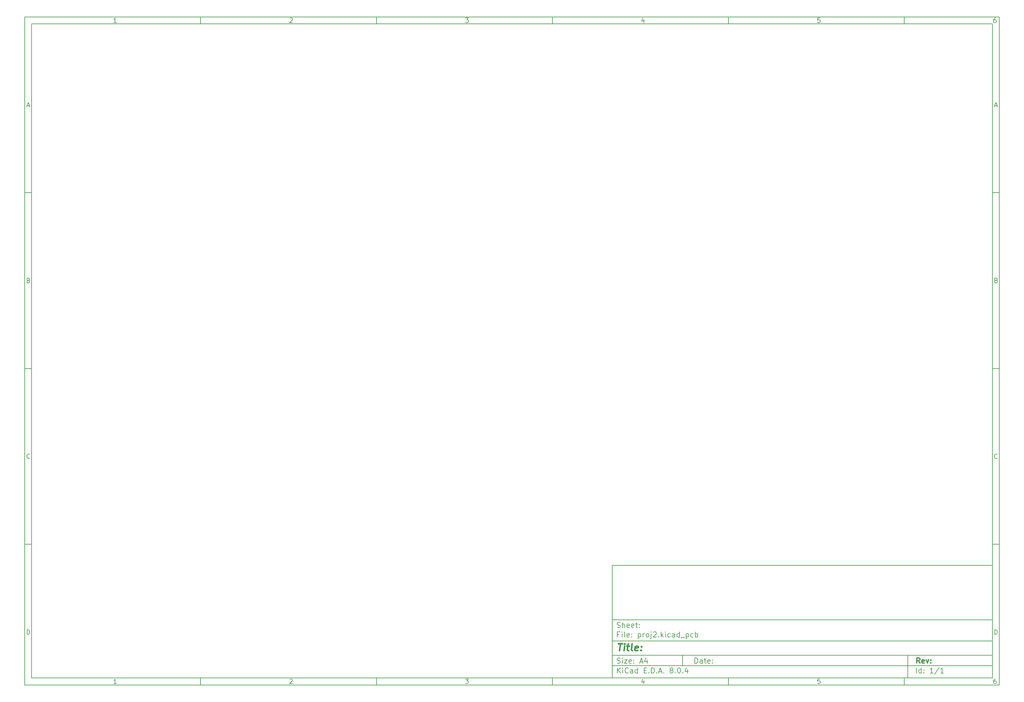
<source format=gbr>
%TF.GenerationSoftware,KiCad,Pcbnew,8.0.4*%
%TF.CreationDate,2024-08-19T20:14:00-04:00*%
%TF.ProjectId,proj2,70726f6a-322e-46b6-9963-61645f706362,rev?*%
%TF.SameCoordinates,Original*%
%TF.FileFunction,Paste,Bot*%
%TF.FilePolarity,Positive*%
%FSLAX46Y46*%
G04 Gerber Fmt 4.6, Leading zero omitted, Abs format (unit mm)*
G04 Created by KiCad (PCBNEW 8.0.4) date 2024-08-19 20:14:00*
%MOMM*%
%LPD*%
G01*
G04 APERTURE LIST*
%ADD10C,0.100000*%
%ADD11C,0.150000*%
%ADD12C,0.300000*%
%ADD13C,0.400000*%
G04 APERTURE END LIST*
D10*
D11*
X177002200Y-166007200D02*
X285002200Y-166007200D01*
X285002200Y-198007200D01*
X177002200Y-198007200D01*
X177002200Y-166007200D01*
D10*
D11*
X10000000Y-10000000D02*
X287002200Y-10000000D01*
X287002200Y-200007200D01*
X10000000Y-200007200D01*
X10000000Y-10000000D01*
D10*
D11*
X12000000Y-12000000D02*
X285002200Y-12000000D01*
X285002200Y-198007200D01*
X12000000Y-198007200D01*
X12000000Y-12000000D01*
D10*
D11*
X60000000Y-12000000D02*
X60000000Y-10000000D01*
D10*
D11*
X110000000Y-12000000D02*
X110000000Y-10000000D01*
D10*
D11*
X160000000Y-12000000D02*
X160000000Y-10000000D01*
D10*
D11*
X210000000Y-12000000D02*
X210000000Y-10000000D01*
D10*
D11*
X260000000Y-12000000D02*
X260000000Y-10000000D01*
D10*
D11*
X36089160Y-11593604D02*
X35346303Y-11593604D01*
X35717731Y-11593604D02*
X35717731Y-10293604D01*
X35717731Y-10293604D02*
X35593922Y-10479319D01*
X35593922Y-10479319D02*
X35470112Y-10603128D01*
X35470112Y-10603128D02*
X35346303Y-10665033D01*
D10*
D11*
X85346303Y-10417414D02*
X85408207Y-10355509D01*
X85408207Y-10355509D02*
X85532017Y-10293604D01*
X85532017Y-10293604D02*
X85841541Y-10293604D01*
X85841541Y-10293604D02*
X85965350Y-10355509D01*
X85965350Y-10355509D02*
X86027255Y-10417414D01*
X86027255Y-10417414D02*
X86089160Y-10541223D01*
X86089160Y-10541223D02*
X86089160Y-10665033D01*
X86089160Y-10665033D02*
X86027255Y-10850747D01*
X86027255Y-10850747D02*
X85284398Y-11593604D01*
X85284398Y-11593604D02*
X86089160Y-11593604D01*
D10*
D11*
X135284398Y-10293604D02*
X136089160Y-10293604D01*
X136089160Y-10293604D02*
X135655826Y-10788842D01*
X135655826Y-10788842D02*
X135841541Y-10788842D01*
X135841541Y-10788842D02*
X135965350Y-10850747D01*
X135965350Y-10850747D02*
X136027255Y-10912652D01*
X136027255Y-10912652D02*
X136089160Y-11036461D01*
X136089160Y-11036461D02*
X136089160Y-11345985D01*
X136089160Y-11345985D02*
X136027255Y-11469795D01*
X136027255Y-11469795D02*
X135965350Y-11531700D01*
X135965350Y-11531700D02*
X135841541Y-11593604D01*
X135841541Y-11593604D02*
X135470112Y-11593604D01*
X135470112Y-11593604D02*
X135346303Y-11531700D01*
X135346303Y-11531700D02*
X135284398Y-11469795D01*
D10*
D11*
X185965350Y-10726938D02*
X185965350Y-11593604D01*
X185655826Y-10231700D02*
X185346303Y-11160271D01*
X185346303Y-11160271D02*
X186151064Y-11160271D01*
D10*
D11*
X236027255Y-10293604D02*
X235408207Y-10293604D01*
X235408207Y-10293604D02*
X235346303Y-10912652D01*
X235346303Y-10912652D02*
X235408207Y-10850747D01*
X235408207Y-10850747D02*
X235532017Y-10788842D01*
X235532017Y-10788842D02*
X235841541Y-10788842D01*
X235841541Y-10788842D02*
X235965350Y-10850747D01*
X235965350Y-10850747D02*
X236027255Y-10912652D01*
X236027255Y-10912652D02*
X236089160Y-11036461D01*
X236089160Y-11036461D02*
X236089160Y-11345985D01*
X236089160Y-11345985D02*
X236027255Y-11469795D01*
X236027255Y-11469795D02*
X235965350Y-11531700D01*
X235965350Y-11531700D02*
X235841541Y-11593604D01*
X235841541Y-11593604D02*
X235532017Y-11593604D01*
X235532017Y-11593604D02*
X235408207Y-11531700D01*
X235408207Y-11531700D02*
X235346303Y-11469795D01*
D10*
D11*
X285965350Y-10293604D02*
X285717731Y-10293604D01*
X285717731Y-10293604D02*
X285593922Y-10355509D01*
X285593922Y-10355509D02*
X285532017Y-10417414D01*
X285532017Y-10417414D02*
X285408207Y-10603128D01*
X285408207Y-10603128D02*
X285346303Y-10850747D01*
X285346303Y-10850747D02*
X285346303Y-11345985D01*
X285346303Y-11345985D02*
X285408207Y-11469795D01*
X285408207Y-11469795D02*
X285470112Y-11531700D01*
X285470112Y-11531700D02*
X285593922Y-11593604D01*
X285593922Y-11593604D02*
X285841541Y-11593604D01*
X285841541Y-11593604D02*
X285965350Y-11531700D01*
X285965350Y-11531700D02*
X286027255Y-11469795D01*
X286027255Y-11469795D02*
X286089160Y-11345985D01*
X286089160Y-11345985D02*
X286089160Y-11036461D01*
X286089160Y-11036461D02*
X286027255Y-10912652D01*
X286027255Y-10912652D02*
X285965350Y-10850747D01*
X285965350Y-10850747D02*
X285841541Y-10788842D01*
X285841541Y-10788842D02*
X285593922Y-10788842D01*
X285593922Y-10788842D02*
X285470112Y-10850747D01*
X285470112Y-10850747D02*
X285408207Y-10912652D01*
X285408207Y-10912652D02*
X285346303Y-11036461D01*
D10*
D11*
X60000000Y-198007200D02*
X60000000Y-200007200D01*
D10*
D11*
X110000000Y-198007200D02*
X110000000Y-200007200D01*
D10*
D11*
X160000000Y-198007200D02*
X160000000Y-200007200D01*
D10*
D11*
X210000000Y-198007200D02*
X210000000Y-200007200D01*
D10*
D11*
X260000000Y-198007200D02*
X260000000Y-200007200D01*
D10*
D11*
X36089160Y-199600804D02*
X35346303Y-199600804D01*
X35717731Y-199600804D02*
X35717731Y-198300804D01*
X35717731Y-198300804D02*
X35593922Y-198486519D01*
X35593922Y-198486519D02*
X35470112Y-198610328D01*
X35470112Y-198610328D02*
X35346303Y-198672233D01*
D10*
D11*
X85346303Y-198424614D02*
X85408207Y-198362709D01*
X85408207Y-198362709D02*
X85532017Y-198300804D01*
X85532017Y-198300804D02*
X85841541Y-198300804D01*
X85841541Y-198300804D02*
X85965350Y-198362709D01*
X85965350Y-198362709D02*
X86027255Y-198424614D01*
X86027255Y-198424614D02*
X86089160Y-198548423D01*
X86089160Y-198548423D02*
X86089160Y-198672233D01*
X86089160Y-198672233D02*
X86027255Y-198857947D01*
X86027255Y-198857947D02*
X85284398Y-199600804D01*
X85284398Y-199600804D02*
X86089160Y-199600804D01*
D10*
D11*
X135284398Y-198300804D02*
X136089160Y-198300804D01*
X136089160Y-198300804D02*
X135655826Y-198796042D01*
X135655826Y-198796042D02*
X135841541Y-198796042D01*
X135841541Y-198796042D02*
X135965350Y-198857947D01*
X135965350Y-198857947D02*
X136027255Y-198919852D01*
X136027255Y-198919852D02*
X136089160Y-199043661D01*
X136089160Y-199043661D02*
X136089160Y-199353185D01*
X136089160Y-199353185D02*
X136027255Y-199476995D01*
X136027255Y-199476995D02*
X135965350Y-199538900D01*
X135965350Y-199538900D02*
X135841541Y-199600804D01*
X135841541Y-199600804D02*
X135470112Y-199600804D01*
X135470112Y-199600804D02*
X135346303Y-199538900D01*
X135346303Y-199538900D02*
X135284398Y-199476995D01*
D10*
D11*
X185965350Y-198734138D02*
X185965350Y-199600804D01*
X185655826Y-198238900D02*
X185346303Y-199167471D01*
X185346303Y-199167471D02*
X186151064Y-199167471D01*
D10*
D11*
X236027255Y-198300804D02*
X235408207Y-198300804D01*
X235408207Y-198300804D02*
X235346303Y-198919852D01*
X235346303Y-198919852D02*
X235408207Y-198857947D01*
X235408207Y-198857947D02*
X235532017Y-198796042D01*
X235532017Y-198796042D02*
X235841541Y-198796042D01*
X235841541Y-198796042D02*
X235965350Y-198857947D01*
X235965350Y-198857947D02*
X236027255Y-198919852D01*
X236027255Y-198919852D02*
X236089160Y-199043661D01*
X236089160Y-199043661D02*
X236089160Y-199353185D01*
X236089160Y-199353185D02*
X236027255Y-199476995D01*
X236027255Y-199476995D02*
X235965350Y-199538900D01*
X235965350Y-199538900D02*
X235841541Y-199600804D01*
X235841541Y-199600804D02*
X235532017Y-199600804D01*
X235532017Y-199600804D02*
X235408207Y-199538900D01*
X235408207Y-199538900D02*
X235346303Y-199476995D01*
D10*
D11*
X285965350Y-198300804D02*
X285717731Y-198300804D01*
X285717731Y-198300804D02*
X285593922Y-198362709D01*
X285593922Y-198362709D02*
X285532017Y-198424614D01*
X285532017Y-198424614D02*
X285408207Y-198610328D01*
X285408207Y-198610328D02*
X285346303Y-198857947D01*
X285346303Y-198857947D02*
X285346303Y-199353185D01*
X285346303Y-199353185D02*
X285408207Y-199476995D01*
X285408207Y-199476995D02*
X285470112Y-199538900D01*
X285470112Y-199538900D02*
X285593922Y-199600804D01*
X285593922Y-199600804D02*
X285841541Y-199600804D01*
X285841541Y-199600804D02*
X285965350Y-199538900D01*
X285965350Y-199538900D02*
X286027255Y-199476995D01*
X286027255Y-199476995D02*
X286089160Y-199353185D01*
X286089160Y-199353185D02*
X286089160Y-199043661D01*
X286089160Y-199043661D02*
X286027255Y-198919852D01*
X286027255Y-198919852D02*
X285965350Y-198857947D01*
X285965350Y-198857947D02*
X285841541Y-198796042D01*
X285841541Y-198796042D02*
X285593922Y-198796042D01*
X285593922Y-198796042D02*
X285470112Y-198857947D01*
X285470112Y-198857947D02*
X285408207Y-198919852D01*
X285408207Y-198919852D02*
X285346303Y-199043661D01*
D10*
D11*
X10000000Y-60000000D02*
X12000000Y-60000000D01*
D10*
D11*
X10000000Y-110000000D02*
X12000000Y-110000000D01*
D10*
D11*
X10000000Y-160000000D02*
X12000000Y-160000000D01*
D10*
D11*
X10690476Y-35222176D02*
X11309523Y-35222176D01*
X10566666Y-35593604D02*
X10999999Y-34293604D01*
X10999999Y-34293604D02*
X11433333Y-35593604D01*
D10*
D11*
X11092857Y-84912652D02*
X11278571Y-84974557D01*
X11278571Y-84974557D02*
X11340476Y-85036461D01*
X11340476Y-85036461D02*
X11402380Y-85160271D01*
X11402380Y-85160271D02*
X11402380Y-85345985D01*
X11402380Y-85345985D02*
X11340476Y-85469795D01*
X11340476Y-85469795D02*
X11278571Y-85531700D01*
X11278571Y-85531700D02*
X11154761Y-85593604D01*
X11154761Y-85593604D02*
X10659523Y-85593604D01*
X10659523Y-85593604D02*
X10659523Y-84293604D01*
X10659523Y-84293604D02*
X11092857Y-84293604D01*
X11092857Y-84293604D02*
X11216666Y-84355509D01*
X11216666Y-84355509D02*
X11278571Y-84417414D01*
X11278571Y-84417414D02*
X11340476Y-84541223D01*
X11340476Y-84541223D02*
X11340476Y-84665033D01*
X11340476Y-84665033D02*
X11278571Y-84788842D01*
X11278571Y-84788842D02*
X11216666Y-84850747D01*
X11216666Y-84850747D02*
X11092857Y-84912652D01*
X11092857Y-84912652D02*
X10659523Y-84912652D01*
D10*
D11*
X11402380Y-135469795D02*
X11340476Y-135531700D01*
X11340476Y-135531700D02*
X11154761Y-135593604D01*
X11154761Y-135593604D02*
X11030952Y-135593604D01*
X11030952Y-135593604D02*
X10845238Y-135531700D01*
X10845238Y-135531700D02*
X10721428Y-135407890D01*
X10721428Y-135407890D02*
X10659523Y-135284080D01*
X10659523Y-135284080D02*
X10597619Y-135036461D01*
X10597619Y-135036461D02*
X10597619Y-134850747D01*
X10597619Y-134850747D02*
X10659523Y-134603128D01*
X10659523Y-134603128D02*
X10721428Y-134479319D01*
X10721428Y-134479319D02*
X10845238Y-134355509D01*
X10845238Y-134355509D02*
X11030952Y-134293604D01*
X11030952Y-134293604D02*
X11154761Y-134293604D01*
X11154761Y-134293604D02*
X11340476Y-134355509D01*
X11340476Y-134355509D02*
X11402380Y-134417414D01*
D10*
D11*
X10659523Y-185593604D02*
X10659523Y-184293604D01*
X10659523Y-184293604D02*
X10969047Y-184293604D01*
X10969047Y-184293604D02*
X11154761Y-184355509D01*
X11154761Y-184355509D02*
X11278571Y-184479319D01*
X11278571Y-184479319D02*
X11340476Y-184603128D01*
X11340476Y-184603128D02*
X11402380Y-184850747D01*
X11402380Y-184850747D02*
X11402380Y-185036461D01*
X11402380Y-185036461D02*
X11340476Y-185284080D01*
X11340476Y-185284080D02*
X11278571Y-185407890D01*
X11278571Y-185407890D02*
X11154761Y-185531700D01*
X11154761Y-185531700D02*
X10969047Y-185593604D01*
X10969047Y-185593604D02*
X10659523Y-185593604D01*
D10*
D11*
X287002200Y-60000000D02*
X285002200Y-60000000D01*
D10*
D11*
X287002200Y-110000000D02*
X285002200Y-110000000D01*
D10*
D11*
X287002200Y-160000000D02*
X285002200Y-160000000D01*
D10*
D11*
X285692676Y-35222176D02*
X286311723Y-35222176D01*
X285568866Y-35593604D02*
X286002199Y-34293604D01*
X286002199Y-34293604D02*
X286435533Y-35593604D01*
D10*
D11*
X286095057Y-84912652D02*
X286280771Y-84974557D01*
X286280771Y-84974557D02*
X286342676Y-85036461D01*
X286342676Y-85036461D02*
X286404580Y-85160271D01*
X286404580Y-85160271D02*
X286404580Y-85345985D01*
X286404580Y-85345985D02*
X286342676Y-85469795D01*
X286342676Y-85469795D02*
X286280771Y-85531700D01*
X286280771Y-85531700D02*
X286156961Y-85593604D01*
X286156961Y-85593604D02*
X285661723Y-85593604D01*
X285661723Y-85593604D02*
X285661723Y-84293604D01*
X285661723Y-84293604D02*
X286095057Y-84293604D01*
X286095057Y-84293604D02*
X286218866Y-84355509D01*
X286218866Y-84355509D02*
X286280771Y-84417414D01*
X286280771Y-84417414D02*
X286342676Y-84541223D01*
X286342676Y-84541223D02*
X286342676Y-84665033D01*
X286342676Y-84665033D02*
X286280771Y-84788842D01*
X286280771Y-84788842D02*
X286218866Y-84850747D01*
X286218866Y-84850747D02*
X286095057Y-84912652D01*
X286095057Y-84912652D02*
X285661723Y-84912652D01*
D10*
D11*
X286404580Y-135469795D02*
X286342676Y-135531700D01*
X286342676Y-135531700D02*
X286156961Y-135593604D01*
X286156961Y-135593604D02*
X286033152Y-135593604D01*
X286033152Y-135593604D02*
X285847438Y-135531700D01*
X285847438Y-135531700D02*
X285723628Y-135407890D01*
X285723628Y-135407890D02*
X285661723Y-135284080D01*
X285661723Y-135284080D02*
X285599819Y-135036461D01*
X285599819Y-135036461D02*
X285599819Y-134850747D01*
X285599819Y-134850747D02*
X285661723Y-134603128D01*
X285661723Y-134603128D02*
X285723628Y-134479319D01*
X285723628Y-134479319D02*
X285847438Y-134355509D01*
X285847438Y-134355509D02*
X286033152Y-134293604D01*
X286033152Y-134293604D02*
X286156961Y-134293604D01*
X286156961Y-134293604D02*
X286342676Y-134355509D01*
X286342676Y-134355509D02*
X286404580Y-134417414D01*
D10*
D11*
X285661723Y-185593604D02*
X285661723Y-184293604D01*
X285661723Y-184293604D02*
X285971247Y-184293604D01*
X285971247Y-184293604D02*
X286156961Y-184355509D01*
X286156961Y-184355509D02*
X286280771Y-184479319D01*
X286280771Y-184479319D02*
X286342676Y-184603128D01*
X286342676Y-184603128D02*
X286404580Y-184850747D01*
X286404580Y-184850747D02*
X286404580Y-185036461D01*
X286404580Y-185036461D02*
X286342676Y-185284080D01*
X286342676Y-185284080D02*
X286280771Y-185407890D01*
X286280771Y-185407890D02*
X286156961Y-185531700D01*
X286156961Y-185531700D02*
X285971247Y-185593604D01*
X285971247Y-185593604D02*
X285661723Y-185593604D01*
D10*
D11*
X200458026Y-193793328D02*
X200458026Y-192293328D01*
X200458026Y-192293328D02*
X200815169Y-192293328D01*
X200815169Y-192293328D02*
X201029455Y-192364757D01*
X201029455Y-192364757D02*
X201172312Y-192507614D01*
X201172312Y-192507614D02*
X201243741Y-192650471D01*
X201243741Y-192650471D02*
X201315169Y-192936185D01*
X201315169Y-192936185D02*
X201315169Y-193150471D01*
X201315169Y-193150471D02*
X201243741Y-193436185D01*
X201243741Y-193436185D02*
X201172312Y-193579042D01*
X201172312Y-193579042D02*
X201029455Y-193721900D01*
X201029455Y-193721900D02*
X200815169Y-193793328D01*
X200815169Y-193793328D02*
X200458026Y-193793328D01*
X202600884Y-193793328D02*
X202600884Y-193007614D01*
X202600884Y-193007614D02*
X202529455Y-192864757D01*
X202529455Y-192864757D02*
X202386598Y-192793328D01*
X202386598Y-192793328D02*
X202100884Y-192793328D01*
X202100884Y-192793328D02*
X201958026Y-192864757D01*
X202600884Y-193721900D02*
X202458026Y-193793328D01*
X202458026Y-193793328D02*
X202100884Y-193793328D01*
X202100884Y-193793328D02*
X201958026Y-193721900D01*
X201958026Y-193721900D02*
X201886598Y-193579042D01*
X201886598Y-193579042D02*
X201886598Y-193436185D01*
X201886598Y-193436185D02*
X201958026Y-193293328D01*
X201958026Y-193293328D02*
X202100884Y-193221900D01*
X202100884Y-193221900D02*
X202458026Y-193221900D01*
X202458026Y-193221900D02*
X202600884Y-193150471D01*
X203100884Y-192793328D02*
X203672312Y-192793328D01*
X203315169Y-192293328D02*
X203315169Y-193579042D01*
X203315169Y-193579042D02*
X203386598Y-193721900D01*
X203386598Y-193721900D02*
X203529455Y-193793328D01*
X203529455Y-193793328D02*
X203672312Y-193793328D01*
X204743741Y-193721900D02*
X204600884Y-193793328D01*
X204600884Y-193793328D02*
X204315170Y-193793328D01*
X204315170Y-193793328D02*
X204172312Y-193721900D01*
X204172312Y-193721900D02*
X204100884Y-193579042D01*
X204100884Y-193579042D02*
X204100884Y-193007614D01*
X204100884Y-193007614D02*
X204172312Y-192864757D01*
X204172312Y-192864757D02*
X204315170Y-192793328D01*
X204315170Y-192793328D02*
X204600884Y-192793328D01*
X204600884Y-192793328D02*
X204743741Y-192864757D01*
X204743741Y-192864757D02*
X204815170Y-193007614D01*
X204815170Y-193007614D02*
X204815170Y-193150471D01*
X204815170Y-193150471D02*
X204100884Y-193293328D01*
X205458026Y-193650471D02*
X205529455Y-193721900D01*
X205529455Y-193721900D02*
X205458026Y-193793328D01*
X205458026Y-193793328D02*
X205386598Y-193721900D01*
X205386598Y-193721900D02*
X205458026Y-193650471D01*
X205458026Y-193650471D02*
X205458026Y-193793328D01*
X205458026Y-192864757D02*
X205529455Y-192936185D01*
X205529455Y-192936185D02*
X205458026Y-193007614D01*
X205458026Y-193007614D02*
X205386598Y-192936185D01*
X205386598Y-192936185D02*
X205458026Y-192864757D01*
X205458026Y-192864757D02*
X205458026Y-193007614D01*
D10*
D11*
X177002200Y-194507200D02*
X285002200Y-194507200D01*
D10*
D11*
X178458026Y-196593328D02*
X178458026Y-195093328D01*
X179315169Y-196593328D02*
X178672312Y-195736185D01*
X179315169Y-195093328D02*
X178458026Y-195950471D01*
X179958026Y-196593328D02*
X179958026Y-195593328D01*
X179958026Y-195093328D02*
X179886598Y-195164757D01*
X179886598Y-195164757D02*
X179958026Y-195236185D01*
X179958026Y-195236185D02*
X180029455Y-195164757D01*
X180029455Y-195164757D02*
X179958026Y-195093328D01*
X179958026Y-195093328D02*
X179958026Y-195236185D01*
X181529455Y-196450471D02*
X181458027Y-196521900D01*
X181458027Y-196521900D02*
X181243741Y-196593328D01*
X181243741Y-196593328D02*
X181100884Y-196593328D01*
X181100884Y-196593328D02*
X180886598Y-196521900D01*
X180886598Y-196521900D02*
X180743741Y-196379042D01*
X180743741Y-196379042D02*
X180672312Y-196236185D01*
X180672312Y-196236185D02*
X180600884Y-195950471D01*
X180600884Y-195950471D02*
X180600884Y-195736185D01*
X180600884Y-195736185D02*
X180672312Y-195450471D01*
X180672312Y-195450471D02*
X180743741Y-195307614D01*
X180743741Y-195307614D02*
X180886598Y-195164757D01*
X180886598Y-195164757D02*
X181100884Y-195093328D01*
X181100884Y-195093328D02*
X181243741Y-195093328D01*
X181243741Y-195093328D02*
X181458027Y-195164757D01*
X181458027Y-195164757D02*
X181529455Y-195236185D01*
X182815170Y-196593328D02*
X182815170Y-195807614D01*
X182815170Y-195807614D02*
X182743741Y-195664757D01*
X182743741Y-195664757D02*
X182600884Y-195593328D01*
X182600884Y-195593328D02*
X182315170Y-195593328D01*
X182315170Y-195593328D02*
X182172312Y-195664757D01*
X182815170Y-196521900D02*
X182672312Y-196593328D01*
X182672312Y-196593328D02*
X182315170Y-196593328D01*
X182315170Y-196593328D02*
X182172312Y-196521900D01*
X182172312Y-196521900D02*
X182100884Y-196379042D01*
X182100884Y-196379042D02*
X182100884Y-196236185D01*
X182100884Y-196236185D02*
X182172312Y-196093328D01*
X182172312Y-196093328D02*
X182315170Y-196021900D01*
X182315170Y-196021900D02*
X182672312Y-196021900D01*
X182672312Y-196021900D02*
X182815170Y-195950471D01*
X184172313Y-196593328D02*
X184172313Y-195093328D01*
X184172313Y-196521900D02*
X184029455Y-196593328D01*
X184029455Y-196593328D02*
X183743741Y-196593328D01*
X183743741Y-196593328D02*
X183600884Y-196521900D01*
X183600884Y-196521900D02*
X183529455Y-196450471D01*
X183529455Y-196450471D02*
X183458027Y-196307614D01*
X183458027Y-196307614D02*
X183458027Y-195879042D01*
X183458027Y-195879042D02*
X183529455Y-195736185D01*
X183529455Y-195736185D02*
X183600884Y-195664757D01*
X183600884Y-195664757D02*
X183743741Y-195593328D01*
X183743741Y-195593328D02*
X184029455Y-195593328D01*
X184029455Y-195593328D02*
X184172313Y-195664757D01*
X186029455Y-195807614D02*
X186529455Y-195807614D01*
X186743741Y-196593328D02*
X186029455Y-196593328D01*
X186029455Y-196593328D02*
X186029455Y-195093328D01*
X186029455Y-195093328D02*
X186743741Y-195093328D01*
X187386598Y-196450471D02*
X187458027Y-196521900D01*
X187458027Y-196521900D02*
X187386598Y-196593328D01*
X187386598Y-196593328D02*
X187315170Y-196521900D01*
X187315170Y-196521900D02*
X187386598Y-196450471D01*
X187386598Y-196450471D02*
X187386598Y-196593328D01*
X188100884Y-196593328D02*
X188100884Y-195093328D01*
X188100884Y-195093328D02*
X188458027Y-195093328D01*
X188458027Y-195093328D02*
X188672313Y-195164757D01*
X188672313Y-195164757D02*
X188815170Y-195307614D01*
X188815170Y-195307614D02*
X188886599Y-195450471D01*
X188886599Y-195450471D02*
X188958027Y-195736185D01*
X188958027Y-195736185D02*
X188958027Y-195950471D01*
X188958027Y-195950471D02*
X188886599Y-196236185D01*
X188886599Y-196236185D02*
X188815170Y-196379042D01*
X188815170Y-196379042D02*
X188672313Y-196521900D01*
X188672313Y-196521900D02*
X188458027Y-196593328D01*
X188458027Y-196593328D02*
X188100884Y-196593328D01*
X189600884Y-196450471D02*
X189672313Y-196521900D01*
X189672313Y-196521900D02*
X189600884Y-196593328D01*
X189600884Y-196593328D02*
X189529456Y-196521900D01*
X189529456Y-196521900D02*
X189600884Y-196450471D01*
X189600884Y-196450471D02*
X189600884Y-196593328D01*
X190243742Y-196164757D02*
X190958028Y-196164757D01*
X190100885Y-196593328D02*
X190600885Y-195093328D01*
X190600885Y-195093328D02*
X191100885Y-196593328D01*
X191600884Y-196450471D02*
X191672313Y-196521900D01*
X191672313Y-196521900D02*
X191600884Y-196593328D01*
X191600884Y-196593328D02*
X191529456Y-196521900D01*
X191529456Y-196521900D02*
X191600884Y-196450471D01*
X191600884Y-196450471D02*
X191600884Y-196593328D01*
X193672313Y-195736185D02*
X193529456Y-195664757D01*
X193529456Y-195664757D02*
X193458027Y-195593328D01*
X193458027Y-195593328D02*
X193386599Y-195450471D01*
X193386599Y-195450471D02*
X193386599Y-195379042D01*
X193386599Y-195379042D02*
X193458027Y-195236185D01*
X193458027Y-195236185D02*
X193529456Y-195164757D01*
X193529456Y-195164757D02*
X193672313Y-195093328D01*
X193672313Y-195093328D02*
X193958027Y-195093328D01*
X193958027Y-195093328D02*
X194100885Y-195164757D01*
X194100885Y-195164757D02*
X194172313Y-195236185D01*
X194172313Y-195236185D02*
X194243742Y-195379042D01*
X194243742Y-195379042D02*
X194243742Y-195450471D01*
X194243742Y-195450471D02*
X194172313Y-195593328D01*
X194172313Y-195593328D02*
X194100885Y-195664757D01*
X194100885Y-195664757D02*
X193958027Y-195736185D01*
X193958027Y-195736185D02*
X193672313Y-195736185D01*
X193672313Y-195736185D02*
X193529456Y-195807614D01*
X193529456Y-195807614D02*
X193458027Y-195879042D01*
X193458027Y-195879042D02*
X193386599Y-196021900D01*
X193386599Y-196021900D02*
X193386599Y-196307614D01*
X193386599Y-196307614D02*
X193458027Y-196450471D01*
X193458027Y-196450471D02*
X193529456Y-196521900D01*
X193529456Y-196521900D02*
X193672313Y-196593328D01*
X193672313Y-196593328D02*
X193958027Y-196593328D01*
X193958027Y-196593328D02*
X194100885Y-196521900D01*
X194100885Y-196521900D02*
X194172313Y-196450471D01*
X194172313Y-196450471D02*
X194243742Y-196307614D01*
X194243742Y-196307614D02*
X194243742Y-196021900D01*
X194243742Y-196021900D02*
X194172313Y-195879042D01*
X194172313Y-195879042D02*
X194100885Y-195807614D01*
X194100885Y-195807614D02*
X193958027Y-195736185D01*
X194886598Y-196450471D02*
X194958027Y-196521900D01*
X194958027Y-196521900D02*
X194886598Y-196593328D01*
X194886598Y-196593328D02*
X194815170Y-196521900D01*
X194815170Y-196521900D02*
X194886598Y-196450471D01*
X194886598Y-196450471D02*
X194886598Y-196593328D01*
X195886599Y-195093328D02*
X196029456Y-195093328D01*
X196029456Y-195093328D02*
X196172313Y-195164757D01*
X196172313Y-195164757D02*
X196243742Y-195236185D01*
X196243742Y-195236185D02*
X196315170Y-195379042D01*
X196315170Y-195379042D02*
X196386599Y-195664757D01*
X196386599Y-195664757D02*
X196386599Y-196021900D01*
X196386599Y-196021900D02*
X196315170Y-196307614D01*
X196315170Y-196307614D02*
X196243742Y-196450471D01*
X196243742Y-196450471D02*
X196172313Y-196521900D01*
X196172313Y-196521900D02*
X196029456Y-196593328D01*
X196029456Y-196593328D02*
X195886599Y-196593328D01*
X195886599Y-196593328D02*
X195743742Y-196521900D01*
X195743742Y-196521900D02*
X195672313Y-196450471D01*
X195672313Y-196450471D02*
X195600884Y-196307614D01*
X195600884Y-196307614D02*
X195529456Y-196021900D01*
X195529456Y-196021900D02*
X195529456Y-195664757D01*
X195529456Y-195664757D02*
X195600884Y-195379042D01*
X195600884Y-195379042D02*
X195672313Y-195236185D01*
X195672313Y-195236185D02*
X195743742Y-195164757D01*
X195743742Y-195164757D02*
X195886599Y-195093328D01*
X197029455Y-196450471D02*
X197100884Y-196521900D01*
X197100884Y-196521900D02*
X197029455Y-196593328D01*
X197029455Y-196593328D02*
X196958027Y-196521900D01*
X196958027Y-196521900D02*
X197029455Y-196450471D01*
X197029455Y-196450471D02*
X197029455Y-196593328D01*
X198386599Y-195593328D02*
X198386599Y-196593328D01*
X198029456Y-195021900D02*
X197672313Y-196093328D01*
X197672313Y-196093328D02*
X198600884Y-196093328D01*
D10*
D11*
X177002200Y-191507200D02*
X285002200Y-191507200D01*
D10*
D12*
X264413853Y-193785528D02*
X263913853Y-193071242D01*
X263556710Y-193785528D02*
X263556710Y-192285528D01*
X263556710Y-192285528D02*
X264128139Y-192285528D01*
X264128139Y-192285528D02*
X264270996Y-192356957D01*
X264270996Y-192356957D02*
X264342425Y-192428385D01*
X264342425Y-192428385D02*
X264413853Y-192571242D01*
X264413853Y-192571242D02*
X264413853Y-192785528D01*
X264413853Y-192785528D02*
X264342425Y-192928385D01*
X264342425Y-192928385D02*
X264270996Y-192999814D01*
X264270996Y-192999814D02*
X264128139Y-193071242D01*
X264128139Y-193071242D02*
X263556710Y-193071242D01*
X265628139Y-193714100D02*
X265485282Y-193785528D01*
X265485282Y-193785528D02*
X265199568Y-193785528D01*
X265199568Y-193785528D02*
X265056710Y-193714100D01*
X265056710Y-193714100D02*
X264985282Y-193571242D01*
X264985282Y-193571242D02*
X264985282Y-192999814D01*
X264985282Y-192999814D02*
X265056710Y-192856957D01*
X265056710Y-192856957D02*
X265199568Y-192785528D01*
X265199568Y-192785528D02*
X265485282Y-192785528D01*
X265485282Y-192785528D02*
X265628139Y-192856957D01*
X265628139Y-192856957D02*
X265699568Y-192999814D01*
X265699568Y-192999814D02*
X265699568Y-193142671D01*
X265699568Y-193142671D02*
X264985282Y-193285528D01*
X266199567Y-192785528D02*
X266556710Y-193785528D01*
X266556710Y-193785528D02*
X266913853Y-192785528D01*
X267485281Y-193642671D02*
X267556710Y-193714100D01*
X267556710Y-193714100D02*
X267485281Y-193785528D01*
X267485281Y-193785528D02*
X267413853Y-193714100D01*
X267413853Y-193714100D02*
X267485281Y-193642671D01*
X267485281Y-193642671D02*
X267485281Y-193785528D01*
X267485281Y-192856957D02*
X267556710Y-192928385D01*
X267556710Y-192928385D02*
X267485281Y-192999814D01*
X267485281Y-192999814D02*
X267413853Y-192928385D01*
X267413853Y-192928385D02*
X267485281Y-192856957D01*
X267485281Y-192856957D02*
X267485281Y-192999814D01*
D10*
D11*
X178386598Y-193721900D02*
X178600884Y-193793328D01*
X178600884Y-193793328D02*
X178958026Y-193793328D01*
X178958026Y-193793328D02*
X179100884Y-193721900D01*
X179100884Y-193721900D02*
X179172312Y-193650471D01*
X179172312Y-193650471D02*
X179243741Y-193507614D01*
X179243741Y-193507614D02*
X179243741Y-193364757D01*
X179243741Y-193364757D02*
X179172312Y-193221900D01*
X179172312Y-193221900D02*
X179100884Y-193150471D01*
X179100884Y-193150471D02*
X178958026Y-193079042D01*
X178958026Y-193079042D02*
X178672312Y-193007614D01*
X178672312Y-193007614D02*
X178529455Y-192936185D01*
X178529455Y-192936185D02*
X178458026Y-192864757D01*
X178458026Y-192864757D02*
X178386598Y-192721900D01*
X178386598Y-192721900D02*
X178386598Y-192579042D01*
X178386598Y-192579042D02*
X178458026Y-192436185D01*
X178458026Y-192436185D02*
X178529455Y-192364757D01*
X178529455Y-192364757D02*
X178672312Y-192293328D01*
X178672312Y-192293328D02*
X179029455Y-192293328D01*
X179029455Y-192293328D02*
X179243741Y-192364757D01*
X179886597Y-193793328D02*
X179886597Y-192793328D01*
X179886597Y-192293328D02*
X179815169Y-192364757D01*
X179815169Y-192364757D02*
X179886597Y-192436185D01*
X179886597Y-192436185D02*
X179958026Y-192364757D01*
X179958026Y-192364757D02*
X179886597Y-192293328D01*
X179886597Y-192293328D02*
X179886597Y-192436185D01*
X180458026Y-192793328D02*
X181243741Y-192793328D01*
X181243741Y-192793328D02*
X180458026Y-193793328D01*
X180458026Y-193793328D02*
X181243741Y-193793328D01*
X182386598Y-193721900D02*
X182243741Y-193793328D01*
X182243741Y-193793328D02*
X181958027Y-193793328D01*
X181958027Y-193793328D02*
X181815169Y-193721900D01*
X181815169Y-193721900D02*
X181743741Y-193579042D01*
X181743741Y-193579042D02*
X181743741Y-193007614D01*
X181743741Y-193007614D02*
X181815169Y-192864757D01*
X181815169Y-192864757D02*
X181958027Y-192793328D01*
X181958027Y-192793328D02*
X182243741Y-192793328D01*
X182243741Y-192793328D02*
X182386598Y-192864757D01*
X182386598Y-192864757D02*
X182458027Y-193007614D01*
X182458027Y-193007614D02*
X182458027Y-193150471D01*
X182458027Y-193150471D02*
X181743741Y-193293328D01*
X183100883Y-193650471D02*
X183172312Y-193721900D01*
X183172312Y-193721900D02*
X183100883Y-193793328D01*
X183100883Y-193793328D02*
X183029455Y-193721900D01*
X183029455Y-193721900D02*
X183100883Y-193650471D01*
X183100883Y-193650471D02*
X183100883Y-193793328D01*
X183100883Y-192864757D02*
X183172312Y-192936185D01*
X183172312Y-192936185D02*
X183100883Y-193007614D01*
X183100883Y-193007614D02*
X183029455Y-192936185D01*
X183029455Y-192936185D02*
X183100883Y-192864757D01*
X183100883Y-192864757D02*
X183100883Y-193007614D01*
X184886598Y-193364757D02*
X185600884Y-193364757D01*
X184743741Y-193793328D02*
X185243741Y-192293328D01*
X185243741Y-192293328D02*
X185743741Y-193793328D01*
X186886598Y-192793328D02*
X186886598Y-193793328D01*
X186529455Y-192221900D02*
X186172312Y-193293328D01*
X186172312Y-193293328D02*
X187100883Y-193293328D01*
D10*
D11*
X263458026Y-196593328D02*
X263458026Y-195093328D01*
X264815170Y-196593328D02*
X264815170Y-195093328D01*
X264815170Y-196521900D02*
X264672312Y-196593328D01*
X264672312Y-196593328D02*
X264386598Y-196593328D01*
X264386598Y-196593328D02*
X264243741Y-196521900D01*
X264243741Y-196521900D02*
X264172312Y-196450471D01*
X264172312Y-196450471D02*
X264100884Y-196307614D01*
X264100884Y-196307614D02*
X264100884Y-195879042D01*
X264100884Y-195879042D02*
X264172312Y-195736185D01*
X264172312Y-195736185D02*
X264243741Y-195664757D01*
X264243741Y-195664757D02*
X264386598Y-195593328D01*
X264386598Y-195593328D02*
X264672312Y-195593328D01*
X264672312Y-195593328D02*
X264815170Y-195664757D01*
X265529455Y-196450471D02*
X265600884Y-196521900D01*
X265600884Y-196521900D02*
X265529455Y-196593328D01*
X265529455Y-196593328D02*
X265458027Y-196521900D01*
X265458027Y-196521900D02*
X265529455Y-196450471D01*
X265529455Y-196450471D02*
X265529455Y-196593328D01*
X265529455Y-195664757D02*
X265600884Y-195736185D01*
X265600884Y-195736185D02*
X265529455Y-195807614D01*
X265529455Y-195807614D02*
X265458027Y-195736185D01*
X265458027Y-195736185D02*
X265529455Y-195664757D01*
X265529455Y-195664757D02*
X265529455Y-195807614D01*
X268172313Y-196593328D02*
X267315170Y-196593328D01*
X267743741Y-196593328D02*
X267743741Y-195093328D01*
X267743741Y-195093328D02*
X267600884Y-195307614D01*
X267600884Y-195307614D02*
X267458027Y-195450471D01*
X267458027Y-195450471D02*
X267315170Y-195521900D01*
X269886598Y-195021900D02*
X268600884Y-196950471D01*
X271172313Y-196593328D02*
X270315170Y-196593328D01*
X270743741Y-196593328D02*
X270743741Y-195093328D01*
X270743741Y-195093328D02*
X270600884Y-195307614D01*
X270600884Y-195307614D02*
X270458027Y-195450471D01*
X270458027Y-195450471D02*
X270315170Y-195521900D01*
D10*
D11*
X177002200Y-187507200D02*
X285002200Y-187507200D01*
D10*
D13*
X178693928Y-188211638D02*
X179836785Y-188211638D01*
X179015357Y-190211638D02*
X179265357Y-188211638D01*
X180253452Y-190211638D02*
X180420119Y-188878304D01*
X180503452Y-188211638D02*
X180396309Y-188306876D01*
X180396309Y-188306876D02*
X180479643Y-188402114D01*
X180479643Y-188402114D02*
X180586786Y-188306876D01*
X180586786Y-188306876D02*
X180503452Y-188211638D01*
X180503452Y-188211638D02*
X180479643Y-188402114D01*
X181086786Y-188878304D02*
X181848690Y-188878304D01*
X181455833Y-188211638D02*
X181241548Y-189925923D01*
X181241548Y-189925923D02*
X181312976Y-190116400D01*
X181312976Y-190116400D02*
X181491548Y-190211638D01*
X181491548Y-190211638D02*
X181682024Y-190211638D01*
X182634405Y-190211638D02*
X182455833Y-190116400D01*
X182455833Y-190116400D02*
X182384405Y-189925923D01*
X182384405Y-189925923D02*
X182598690Y-188211638D01*
X184170119Y-190116400D02*
X183967738Y-190211638D01*
X183967738Y-190211638D02*
X183586785Y-190211638D01*
X183586785Y-190211638D02*
X183408214Y-190116400D01*
X183408214Y-190116400D02*
X183336785Y-189925923D01*
X183336785Y-189925923D02*
X183432024Y-189164019D01*
X183432024Y-189164019D02*
X183551071Y-188973542D01*
X183551071Y-188973542D02*
X183753452Y-188878304D01*
X183753452Y-188878304D02*
X184134404Y-188878304D01*
X184134404Y-188878304D02*
X184312976Y-188973542D01*
X184312976Y-188973542D02*
X184384404Y-189164019D01*
X184384404Y-189164019D02*
X184360595Y-189354495D01*
X184360595Y-189354495D02*
X183384404Y-189544971D01*
X185134405Y-190021161D02*
X185217738Y-190116400D01*
X185217738Y-190116400D02*
X185110595Y-190211638D01*
X185110595Y-190211638D02*
X185027262Y-190116400D01*
X185027262Y-190116400D02*
X185134405Y-190021161D01*
X185134405Y-190021161D02*
X185110595Y-190211638D01*
X185265357Y-188973542D02*
X185348690Y-189068780D01*
X185348690Y-189068780D02*
X185241548Y-189164019D01*
X185241548Y-189164019D02*
X185158214Y-189068780D01*
X185158214Y-189068780D02*
X185265357Y-188973542D01*
X185265357Y-188973542D02*
X185241548Y-189164019D01*
D10*
D11*
X178958026Y-185607614D02*
X178458026Y-185607614D01*
X178458026Y-186393328D02*
X178458026Y-184893328D01*
X178458026Y-184893328D02*
X179172312Y-184893328D01*
X179743740Y-186393328D02*
X179743740Y-185393328D01*
X179743740Y-184893328D02*
X179672312Y-184964757D01*
X179672312Y-184964757D02*
X179743740Y-185036185D01*
X179743740Y-185036185D02*
X179815169Y-184964757D01*
X179815169Y-184964757D02*
X179743740Y-184893328D01*
X179743740Y-184893328D02*
X179743740Y-185036185D01*
X180672312Y-186393328D02*
X180529455Y-186321900D01*
X180529455Y-186321900D02*
X180458026Y-186179042D01*
X180458026Y-186179042D02*
X180458026Y-184893328D01*
X181815169Y-186321900D02*
X181672312Y-186393328D01*
X181672312Y-186393328D02*
X181386598Y-186393328D01*
X181386598Y-186393328D02*
X181243740Y-186321900D01*
X181243740Y-186321900D02*
X181172312Y-186179042D01*
X181172312Y-186179042D02*
X181172312Y-185607614D01*
X181172312Y-185607614D02*
X181243740Y-185464757D01*
X181243740Y-185464757D02*
X181386598Y-185393328D01*
X181386598Y-185393328D02*
X181672312Y-185393328D01*
X181672312Y-185393328D02*
X181815169Y-185464757D01*
X181815169Y-185464757D02*
X181886598Y-185607614D01*
X181886598Y-185607614D02*
X181886598Y-185750471D01*
X181886598Y-185750471D02*
X181172312Y-185893328D01*
X182529454Y-186250471D02*
X182600883Y-186321900D01*
X182600883Y-186321900D02*
X182529454Y-186393328D01*
X182529454Y-186393328D02*
X182458026Y-186321900D01*
X182458026Y-186321900D02*
X182529454Y-186250471D01*
X182529454Y-186250471D02*
X182529454Y-186393328D01*
X182529454Y-185464757D02*
X182600883Y-185536185D01*
X182600883Y-185536185D02*
X182529454Y-185607614D01*
X182529454Y-185607614D02*
X182458026Y-185536185D01*
X182458026Y-185536185D02*
X182529454Y-185464757D01*
X182529454Y-185464757D02*
X182529454Y-185607614D01*
X184386597Y-185393328D02*
X184386597Y-186893328D01*
X184386597Y-185464757D02*
X184529455Y-185393328D01*
X184529455Y-185393328D02*
X184815169Y-185393328D01*
X184815169Y-185393328D02*
X184958026Y-185464757D01*
X184958026Y-185464757D02*
X185029455Y-185536185D01*
X185029455Y-185536185D02*
X185100883Y-185679042D01*
X185100883Y-185679042D02*
X185100883Y-186107614D01*
X185100883Y-186107614D02*
X185029455Y-186250471D01*
X185029455Y-186250471D02*
X184958026Y-186321900D01*
X184958026Y-186321900D02*
X184815169Y-186393328D01*
X184815169Y-186393328D02*
X184529455Y-186393328D01*
X184529455Y-186393328D02*
X184386597Y-186321900D01*
X185743740Y-186393328D02*
X185743740Y-185393328D01*
X185743740Y-185679042D02*
X185815169Y-185536185D01*
X185815169Y-185536185D02*
X185886598Y-185464757D01*
X185886598Y-185464757D02*
X186029455Y-185393328D01*
X186029455Y-185393328D02*
X186172312Y-185393328D01*
X186886597Y-186393328D02*
X186743740Y-186321900D01*
X186743740Y-186321900D02*
X186672311Y-186250471D01*
X186672311Y-186250471D02*
X186600883Y-186107614D01*
X186600883Y-186107614D02*
X186600883Y-185679042D01*
X186600883Y-185679042D02*
X186672311Y-185536185D01*
X186672311Y-185536185D02*
X186743740Y-185464757D01*
X186743740Y-185464757D02*
X186886597Y-185393328D01*
X186886597Y-185393328D02*
X187100883Y-185393328D01*
X187100883Y-185393328D02*
X187243740Y-185464757D01*
X187243740Y-185464757D02*
X187315169Y-185536185D01*
X187315169Y-185536185D02*
X187386597Y-185679042D01*
X187386597Y-185679042D02*
X187386597Y-186107614D01*
X187386597Y-186107614D02*
X187315169Y-186250471D01*
X187315169Y-186250471D02*
X187243740Y-186321900D01*
X187243740Y-186321900D02*
X187100883Y-186393328D01*
X187100883Y-186393328D02*
X186886597Y-186393328D01*
X188029454Y-185393328D02*
X188029454Y-186679042D01*
X188029454Y-186679042D02*
X187958026Y-186821900D01*
X187958026Y-186821900D02*
X187815169Y-186893328D01*
X187815169Y-186893328D02*
X187743740Y-186893328D01*
X188029454Y-184893328D02*
X187958026Y-184964757D01*
X187958026Y-184964757D02*
X188029454Y-185036185D01*
X188029454Y-185036185D02*
X188100883Y-184964757D01*
X188100883Y-184964757D02*
X188029454Y-184893328D01*
X188029454Y-184893328D02*
X188029454Y-185036185D01*
X188672312Y-185036185D02*
X188743740Y-184964757D01*
X188743740Y-184964757D02*
X188886598Y-184893328D01*
X188886598Y-184893328D02*
X189243740Y-184893328D01*
X189243740Y-184893328D02*
X189386598Y-184964757D01*
X189386598Y-184964757D02*
X189458026Y-185036185D01*
X189458026Y-185036185D02*
X189529455Y-185179042D01*
X189529455Y-185179042D02*
X189529455Y-185321900D01*
X189529455Y-185321900D02*
X189458026Y-185536185D01*
X189458026Y-185536185D02*
X188600883Y-186393328D01*
X188600883Y-186393328D02*
X189529455Y-186393328D01*
X190172311Y-186250471D02*
X190243740Y-186321900D01*
X190243740Y-186321900D02*
X190172311Y-186393328D01*
X190172311Y-186393328D02*
X190100883Y-186321900D01*
X190100883Y-186321900D02*
X190172311Y-186250471D01*
X190172311Y-186250471D02*
X190172311Y-186393328D01*
X190886597Y-186393328D02*
X190886597Y-184893328D01*
X191029455Y-185821900D02*
X191458026Y-186393328D01*
X191458026Y-185393328D02*
X190886597Y-185964757D01*
X192100883Y-186393328D02*
X192100883Y-185393328D01*
X192100883Y-184893328D02*
X192029455Y-184964757D01*
X192029455Y-184964757D02*
X192100883Y-185036185D01*
X192100883Y-185036185D02*
X192172312Y-184964757D01*
X192172312Y-184964757D02*
X192100883Y-184893328D01*
X192100883Y-184893328D02*
X192100883Y-185036185D01*
X193458027Y-186321900D02*
X193315169Y-186393328D01*
X193315169Y-186393328D02*
X193029455Y-186393328D01*
X193029455Y-186393328D02*
X192886598Y-186321900D01*
X192886598Y-186321900D02*
X192815169Y-186250471D01*
X192815169Y-186250471D02*
X192743741Y-186107614D01*
X192743741Y-186107614D02*
X192743741Y-185679042D01*
X192743741Y-185679042D02*
X192815169Y-185536185D01*
X192815169Y-185536185D02*
X192886598Y-185464757D01*
X192886598Y-185464757D02*
X193029455Y-185393328D01*
X193029455Y-185393328D02*
X193315169Y-185393328D01*
X193315169Y-185393328D02*
X193458027Y-185464757D01*
X194743741Y-186393328D02*
X194743741Y-185607614D01*
X194743741Y-185607614D02*
X194672312Y-185464757D01*
X194672312Y-185464757D02*
X194529455Y-185393328D01*
X194529455Y-185393328D02*
X194243741Y-185393328D01*
X194243741Y-185393328D02*
X194100883Y-185464757D01*
X194743741Y-186321900D02*
X194600883Y-186393328D01*
X194600883Y-186393328D02*
X194243741Y-186393328D01*
X194243741Y-186393328D02*
X194100883Y-186321900D01*
X194100883Y-186321900D02*
X194029455Y-186179042D01*
X194029455Y-186179042D02*
X194029455Y-186036185D01*
X194029455Y-186036185D02*
X194100883Y-185893328D01*
X194100883Y-185893328D02*
X194243741Y-185821900D01*
X194243741Y-185821900D02*
X194600883Y-185821900D01*
X194600883Y-185821900D02*
X194743741Y-185750471D01*
X196100884Y-186393328D02*
X196100884Y-184893328D01*
X196100884Y-186321900D02*
X195958026Y-186393328D01*
X195958026Y-186393328D02*
X195672312Y-186393328D01*
X195672312Y-186393328D02*
X195529455Y-186321900D01*
X195529455Y-186321900D02*
X195458026Y-186250471D01*
X195458026Y-186250471D02*
X195386598Y-186107614D01*
X195386598Y-186107614D02*
X195386598Y-185679042D01*
X195386598Y-185679042D02*
X195458026Y-185536185D01*
X195458026Y-185536185D02*
X195529455Y-185464757D01*
X195529455Y-185464757D02*
X195672312Y-185393328D01*
X195672312Y-185393328D02*
X195958026Y-185393328D01*
X195958026Y-185393328D02*
X196100884Y-185464757D01*
X196458027Y-186536185D02*
X197600884Y-186536185D01*
X197958026Y-185393328D02*
X197958026Y-186893328D01*
X197958026Y-185464757D02*
X198100884Y-185393328D01*
X198100884Y-185393328D02*
X198386598Y-185393328D01*
X198386598Y-185393328D02*
X198529455Y-185464757D01*
X198529455Y-185464757D02*
X198600884Y-185536185D01*
X198600884Y-185536185D02*
X198672312Y-185679042D01*
X198672312Y-185679042D02*
X198672312Y-186107614D01*
X198672312Y-186107614D02*
X198600884Y-186250471D01*
X198600884Y-186250471D02*
X198529455Y-186321900D01*
X198529455Y-186321900D02*
X198386598Y-186393328D01*
X198386598Y-186393328D02*
X198100884Y-186393328D01*
X198100884Y-186393328D02*
X197958026Y-186321900D01*
X199958027Y-186321900D02*
X199815169Y-186393328D01*
X199815169Y-186393328D02*
X199529455Y-186393328D01*
X199529455Y-186393328D02*
X199386598Y-186321900D01*
X199386598Y-186321900D02*
X199315169Y-186250471D01*
X199315169Y-186250471D02*
X199243741Y-186107614D01*
X199243741Y-186107614D02*
X199243741Y-185679042D01*
X199243741Y-185679042D02*
X199315169Y-185536185D01*
X199315169Y-185536185D02*
X199386598Y-185464757D01*
X199386598Y-185464757D02*
X199529455Y-185393328D01*
X199529455Y-185393328D02*
X199815169Y-185393328D01*
X199815169Y-185393328D02*
X199958027Y-185464757D01*
X200600883Y-186393328D02*
X200600883Y-184893328D01*
X200600883Y-185464757D02*
X200743741Y-185393328D01*
X200743741Y-185393328D02*
X201029455Y-185393328D01*
X201029455Y-185393328D02*
X201172312Y-185464757D01*
X201172312Y-185464757D02*
X201243741Y-185536185D01*
X201243741Y-185536185D02*
X201315169Y-185679042D01*
X201315169Y-185679042D02*
X201315169Y-186107614D01*
X201315169Y-186107614D02*
X201243741Y-186250471D01*
X201243741Y-186250471D02*
X201172312Y-186321900D01*
X201172312Y-186321900D02*
X201029455Y-186393328D01*
X201029455Y-186393328D02*
X200743741Y-186393328D01*
X200743741Y-186393328D02*
X200600883Y-186321900D01*
D10*
D11*
X177002200Y-181507200D02*
X285002200Y-181507200D01*
D10*
D11*
X178386598Y-183621900D02*
X178600884Y-183693328D01*
X178600884Y-183693328D02*
X178958026Y-183693328D01*
X178958026Y-183693328D02*
X179100884Y-183621900D01*
X179100884Y-183621900D02*
X179172312Y-183550471D01*
X179172312Y-183550471D02*
X179243741Y-183407614D01*
X179243741Y-183407614D02*
X179243741Y-183264757D01*
X179243741Y-183264757D02*
X179172312Y-183121900D01*
X179172312Y-183121900D02*
X179100884Y-183050471D01*
X179100884Y-183050471D02*
X178958026Y-182979042D01*
X178958026Y-182979042D02*
X178672312Y-182907614D01*
X178672312Y-182907614D02*
X178529455Y-182836185D01*
X178529455Y-182836185D02*
X178458026Y-182764757D01*
X178458026Y-182764757D02*
X178386598Y-182621900D01*
X178386598Y-182621900D02*
X178386598Y-182479042D01*
X178386598Y-182479042D02*
X178458026Y-182336185D01*
X178458026Y-182336185D02*
X178529455Y-182264757D01*
X178529455Y-182264757D02*
X178672312Y-182193328D01*
X178672312Y-182193328D02*
X179029455Y-182193328D01*
X179029455Y-182193328D02*
X179243741Y-182264757D01*
X179886597Y-183693328D02*
X179886597Y-182193328D01*
X180529455Y-183693328D02*
X180529455Y-182907614D01*
X180529455Y-182907614D02*
X180458026Y-182764757D01*
X180458026Y-182764757D02*
X180315169Y-182693328D01*
X180315169Y-182693328D02*
X180100883Y-182693328D01*
X180100883Y-182693328D02*
X179958026Y-182764757D01*
X179958026Y-182764757D02*
X179886597Y-182836185D01*
X181815169Y-183621900D02*
X181672312Y-183693328D01*
X181672312Y-183693328D02*
X181386598Y-183693328D01*
X181386598Y-183693328D02*
X181243740Y-183621900D01*
X181243740Y-183621900D02*
X181172312Y-183479042D01*
X181172312Y-183479042D02*
X181172312Y-182907614D01*
X181172312Y-182907614D02*
X181243740Y-182764757D01*
X181243740Y-182764757D02*
X181386598Y-182693328D01*
X181386598Y-182693328D02*
X181672312Y-182693328D01*
X181672312Y-182693328D02*
X181815169Y-182764757D01*
X181815169Y-182764757D02*
X181886598Y-182907614D01*
X181886598Y-182907614D02*
X181886598Y-183050471D01*
X181886598Y-183050471D02*
X181172312Y-183193328D01*
X183100883Y-183621900D02*
X182958026Y-183693328D01*
X182958026Y-183693328D02*
X182672312Y-183693328D01*
X182672312Y-183693328D02*
X182529454Y-183621900D01*
X182529454Y-183621900D02*
X182458026Y-183479042D01*
X182458026Y-183479042D02*
X182458026Y-182907614D01*
X182458026Y-182907614D02*
X182529454Y-182764757D01*
X182529454Y-182764757D02*
X182672312Y-182693328D01*
X182672312Y-182693328D02*
X182958026Y-182693328D01*
X182958026Y-182693328D02*
X183100883Y-182764757D01*
X183100883Y-182764757D02*
X183172312Y-182907614D01*
X183172312Y-182907614D02*
X183172312Y-183050471D01*
X183172312Y-183050471D02*
X182458026Y-183193328D01*
X183600883Y-182693328D02*
X184172311Y-182693328D01*
X183815168Y-182193328D02*
X183815168Y-183479042D01*
X183815168Y-183479042D02*
X183886597Y-183621900D01*
X183886597Y-183621900D02*
X184029454Y-183693328D01*
X184029454Y-183693328D02*
X184172311Y-183693328D01*
X184672311Y-183550471D02*
X184743740Y-183621900D01*
X184743740Y-183621900D02*
X184672311Y-183693328D01*
X184672311Y-183693328D02*
X184600883Y-183621900D01*
X184600883Y-183621900D02*
X184672311Y-183550471D01*
X184672311Y-183550471D02*
X184672311Y-183693328D01*
X184672311Y-182764757D02*
X184743740Y-182836185D01*
X184743740Y-182836185D02*
X184672311Y-182907614D01*
X184672311Y-182907614D02*
X184600883Y-182836185D01*
X184600883Y-182836185D02*
X184672311Y-182764757D01*
X184672311Y-182764757D02*
X184672311Y-182907614D01*
D10*
D11*
X197002200Y-191507200D02*
X197002200Y-194507200D01*
D10*
D11*
X261002200Y-191507200D02*
X261002200Y-198007200D01*
M02*

</source>
